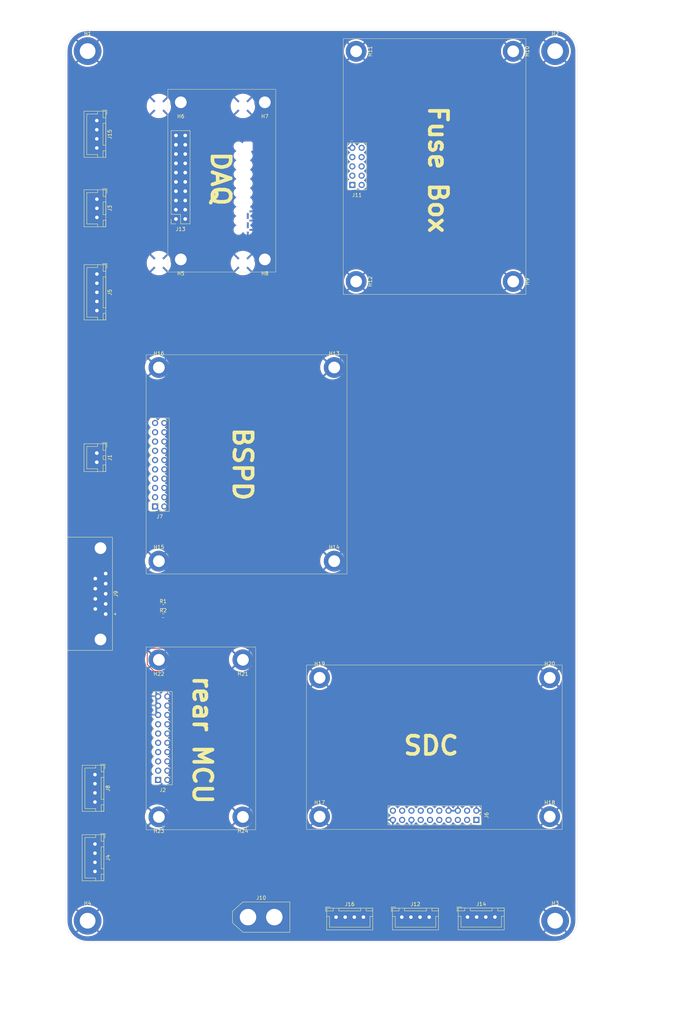
<source format=kicad_pcb>
(kicad_pcb (version 20221018) (generator pcbnew)
  (layers (0 "F.Cu" signal) (31 "B.Cu" signal) (34 "B.Paste" user) (35 "F.Paste" user) (36 "B.SilkS" user "B.Silkscreen") (37 "F.SilkS" user "F.Silkscreen") (38 "B.Mask" user) (39 "F.Mask" user) (44 "Edge.Cuts" user))
  (net 0 "")
  (net 1 "GND")
  (net 2 "IMD_LED")
  (net 3 "IMD_RST")
  (net 4 "BSPD_LED")
  (net 5 "BMS_LED")
  (net 6 "BSPD_RST")
  (net 7 "BMS_RST")
  (net 8 "CAN+")
  (net 9 "CAN-")
  (net 10 "FAN_PWM")
  (net 11 "PT_signal")
  (net 12 "USART1")
  (net 13 "PUMP_PWM")
  (net 14 "TIM1_CH1")
  (net 15 "USART2")
  (net 16 "SW_Fault")
  (net 17 "BMS_FAULT")
  (net 18 "IMD_FAULT")
  (net 19 "BSPD_FAULT")
  (net 20 "PUMP_PWR")
  (net 21 "FAN_PWR")
  (net 22 "SYS_JTCK-SWCLK")
  (net 24 "SYS_JTMS-SWDIO")
  (net 26 "BSE_L_init")
  (net 27 "BSE_R_init")
  (net 29 "BSE_L_Fault")
  (net 31 "P8")
  (net 32 "P7")
  (net 33 "P9")
  (net 36 "BSE_R_Fault")
  (net 42 "BSPD")
  (net 43 "current_init")
  (net 45 "SW_signal")
  (net 46 "SWDCLK")
  (net 47 "SWDIO")
  (net 48 "BSPD_signal3")
  (net 49 "TSSI")
  (net 51 "BSPD_signal4")
  (net 54 "+3.3V")
  (net 55 "IMD_Fault")
  (net 56 "P5_MCU")
  (net 57 "BMS_Fault")
  (net 58 "P4_SDCOUT")
  (net 59 "SDC_OUT")
  (net 60 "P3_SDCPCB")
  (net 61 "P2_BSPD")
  (net 62 "TSAL")
  (net 63 "+24V")
  (net 64 "P6_sideboard")
  (net 65 "P1_DAQ")
  (footprint "MountingHole:MountingHole_4.3mm_M4_ISO7380_Pad" (layer "F.Cu") (at 303.985786 311.985786)
    (fp_text reference "H3" (at 0 -4.8) (layer "F.SilkS"))
    (fp_text value "MountingHole_Pad" hide)
    (pad "1" thru_hole circle (at 0 0) (size 7.6 7.6) (drill 4.3) (layers "*.Cu" "*.Mask") (net 1 "GND"))
  )
  (footprint "MountingHole:MountingHole_3.2mm_M3_ISO7380_Pad" (layer "F.Cu") (at 302.5 245.5)
    (fp_text reference "H20" (at 0 -3.85) (layer "F.SilkS"))
    (fp_text value "MountingHole_Pad" hide)
    (pad "1" thru_hole circle (at 0 0) (size 5.7 5.7) (drill 3.2) (layers "*.Cu" "*.Mask") (net 1 "GND"))
  )
  (footprint "Resistor_SMD:R_0603_1608Metric" (layer "F.Cu") (at 196.675 228.51)
    (fp_text reference "R2" (at 0 -1.43) (layer "F.SilkS"))
    (fp_text value "R")
    (pad "1" smd roundrect (at -0.825 0) (size 0.8 0.95) (layers "F.Cu" "F.Paste" "F.Mask") (net 1 "GND"))
    (pad "2" smd roundrect (at 0.825 0) (size 0.8 0.95) (layers "F.Cu" "F.Paste" "F.Mask") (net 27 "BSE_R_init"))
  )
  (footprint "Connector_PinSocket_2.54mm:PinSocket_2x10_P2.54mm_Vertical" (layer "F.Cu") (at 194.46 198.62 180)
    (fp_text reference "J7" (at -1.27 -2.77) (layer "F.SilkS"))
    (fp_text value "Conn_02x10_Odd_Even" hide)
    (pad "1" thru_hole rect (at 0 0 180) (size 1.7 1.7) (drill 1) (layers "*.Cu" "*.Mask") (net 61 "P2_BSPD"))
    (pad "2" thru_hole oval (at -2.54 0 180) (size 1.7 1.7) (drill 1) (layers "*.Cu" "*.Mask") (net 26 "BSE_L_init"))
    (pad "3" thru_hole oval (at 0 2.54 180) (size 1.7 1.7) (drill 1) (layers "*.Cu" "*.Mask") (net 61 "P2_BSPD"))
    (pad "4" thru_hole oval (at -2.54 2.54 180) (size 1.7 1.7) (drill 1) (layers "*.Cu" "*.Mask") (net 27 "BSE_R_init"))
    (pad "5" thru_hole oval (at 0 5.08 180) (size 1.7 1.7) (drill 1) (layers "*.Cu" "*.Mask"))
    (pad "6" thru_hole oval (at -2.54 5.08 180) (size 1.7 1.7) (drill 1) (layers "*.Cu" "*.Mask") (net 29 "BSE_L_Fault"))
    (pad "7" thru_hole oval (at 0 7.62 180) (size 1.7 1.7) (drill 1) (layers "*.Cu" "*.Mask"))
    (pad "8" thru_hole oval (at -2.54 7.62 180) (size 1.7 1.7) (drill 1) (layers "*.Cu" "*.Mask"))
    (pad "9" thru_hole oval (at 0 10.16 180) (size 1.7 1.7) (drill 1) (layers "*.Cu" "*.Mask"))
    (pad "10" thru_hole oval (at -2.54 10.16 180) (size 1.7 1.7) (drill 1) (layers "*.Cu" "*.Mask") (net 36 "BSE_R_Fault"))
    (pad "11" thru_hole oval (at 0 12.7 180) (size 1.7 1.7) (drill 1) (layers "*.Cu" "*.Mask"))
    (pad "12" thru_hole oval (at -2.54 12.7 180) (size 1.7 1.7) (drill 1) (layers "*.Cu" "*.Mask"))
    (pad "13" thru_hole oval (at 0 15.24 180) (size 1.7 1.7) (drill 1) (layers "*.Cu" "*.Mask"))
    (pad "14" thru_hole oval (at -2.54 15.24 180) (size 1.7 1.7) (drill 1) (layers "*.Cu" "*.Mask") (net 48 "BSPD_signal3"))
    (pad "15" thru_hole oval (at 0 17.78 180) (size 1.7 1.7) (drill 1) (layers "*.Cu" "*.Mask"))
    (pad "16" thru_hole oval (at -2.54 17.78 180) (size 1.7 1.7) (drill 1) (layers "*.Cu" "*.Mask") (net 51 "BSPD_signal4"))
    (pad "17" thru_hole oval (at 0 20.32 180) (size 1.7 1.7) (drill 1) (layers "*.Cu" "*.Mask"))
    (pad "18" thru_hole oval (at -2.54 20.32 180) (size 1.7 1.7) (drill 1) (layers "*.Cu" "*.Mask") (net 42 "BSPD"))
    (pad "19" thru_hole oval (at 0 22.86 180) (size 1.7 1.7) (drill 1) (layers "*.Cu" "*.Mask") (net 43 "current_init"))
    (pad "20" thru_hole oval (at -2.54 22.86 180) (size 1.7 1.7) (drill 1) (layers "*.Cu" "*.Mask") (net 42 "BSPD"))
  )
  (footprint "MountingHole:MountingHole_3.2mm_M3_ISO7380_Pad" (layer "F.Cu") (at 292.5 137.045 -90)
    (fp_text reference "H9" (at 0 -3.85 90) (layer "F.SilkS"))
    (fp_text value "MountingHole_Pad" hide)
    (pad "1" thru_hole circle (at 0 0 270) (size 5.7 5.7) (drill 3.2) (layers "*.Cu" "*.Mask") (net 1 "GND"))
  )
  (footprint "MountingHole:MountingHole_3.2mm_M3_ISO7380_Pad" (layer "F.Cu") (at 218.5 283.58 180)
    (fp_text reference "H24" (at 0 -3.85) (layer "F.SilkS"))
    (fp_text value "MountingHole_Pad" hide)
    (pad "1" thru_hole circle (at 0 0 180) (size 5.7 5.7) (drill 3.2) (layers "*.Cu" "*.Mask") (net 1 "GND"))
  )
  (footprint "MountingHole:MountingHole_3.2mm_M3_ISO7380_Pad" (layer "F.Cu") (at 302.5 283.5)
    (fp_text reference "H18" (at 0 -3.85) (layer "F.SilkS"))
    (fp_text value "MountingHole_Pad" hide)
    (pad "1" thru_hole circle (at 0 0) (size 5.7 5.7) (drill 3.2) (layers "*.Cu" "*.Mask") (net 1 "GND"))
  )
  (footprint "MountingHole:MountingHole_3.2mm_M3_ISO7380_Pad" (layer "F.Cu") (at 195.5 240.58 180)
    (fp_text reference "H22" (at 0 -3.85) (layer "F.SilkS"))
    (fp_text value "MountingHole_Pad" hide)
    (pad "1" thru_hole circle (at 0 0 180) (size 5.7 5.7) (drill 3.2) (layers "*.Cu" "*.Mask") (net 1 "GND"))
  )
  (footprint "MountingHole:MountingHole_3.2mm_M3_ISO7380_Pad" (layer "F.Cu") (at 243.5 213.58)
    (fp_text reference "H14" (at 0 -3.85) (layer "F.SilkS"))
    (fp_text value "MountingHole_Pad" hide)
    (pad "1" thru_hole circle (at 0 0) (size 5.7 5.7) (drill 3.2) (layers "*.Cu" "*.Mask") (net 1 "GND"))
  )
  (footprint "MountingHole:MountingHole_3.2mm_M3_ISO7380_Pad" (layer "F.Cu") (at 195.5 213.58)
    (fp_text reference "H15" (at 0 -3.85) (layer "F.SilkS"))
    (fp_text value "MountingHole_Pad" hide)
    (pad "1" thru_hole circle (at 0 0) (size 5.7 5.7) (drill 3.2) (layers "*.Cu" "*.Mask") (net 1 "GND"))
  )
  (footprint "MountingHole:MountingHole_3.2mm_M3_ISO7380_Pad" (layer "F.Cu") (at 243.5 160.58)
    (fp_text reference "H13" (at 0 -3.85) (layer "F.SilkS"))
    (fp_text value "MountingHole_Pad" hide)
    (pad "1" thru_hole circle (at 0 0) (size 5.7 5.7) (drill 3.2) (layers "*.Cu" "*.Mask") (net 1 "GND"))
  )
  (footprint "Connector_PinSocket_2.54mm:PinSocket_2x10_P2.54mm_Vertical" (layer "F.Cu") (at 195.29 273.455 180)
    (fp_text reference "J2" (at -1.27 -2.77) (layer "F.SilkS"))
    (fp_text value "Conn_02x10_Odd_Even" hide)
    (pad "1" thru_hole rect (at 0 0 180) (size 1.7 1.7) (drill 1) (layers "*.Cu" "*.Mask") (net 56 "P5_MCU"))
    (pad "2" thru_hole oval (at -2.54 0 180) (size 1.7 1.7) (drill 1) (layers "*.Cu" "*.Mask") (net 45 "SW_signal"))
    (pad "3" thru_hole oval (at 0 2.54 180) (size 1.7 1.7) (drill 1) (layers "*.Cu" "*.Mask") (net 56 "P5_MCU"))
    (pad "4" thru_hole oval (at -2.54 2.54 180) (size 1.7 1.7) (drill 1) (layers "*.Cu" "*.Mask") (net 57 "BMS_Fault"))
    (pad "5" thru_hole oval (at 0 5.08 180) (size 1.7 1.7) (drill 1) (layers "*.Cu" "*.Mask") (net 56 "P5_MCU"))
    (pad "6" thru_hole oval (at -2.54 5.08 180) (size 1.7 1.7) (drill 1) (layers "*.Cu" "*.Mask") (net 55 "IMD_Fault"))
    (pad "7" thru_hole oval (at 0 7.62 180) (size 1.7 1.7) (drill 1) (layers "*.Cu" "*.Mask") (net 51 "BSPD_signal4"))
    (pad "8" thru_hole oval (at -2.54 7.62 180) (size 1.7 1.7) (drill 1) (layers "*.Cu" "*.Mask") (net 42 "BSPD"))
    (pad "9" thru_hole oval (at 0 10.16 180) (size 1.7 1.7) (drill 1) (layers "*.Cu" "*.Mask"))
    (pad "10" thru_hole oval (at -2.54 10.16 180) (size 1.7 1.7) (drill 1) (layers "*.Cu" "*.Mask") (net 29 "BSE_L_Fault"))
    (pad "11" thru_hole oval (at 0 12.7 180) (size 1.7 1.7) (drill 1) (layers "*.Cu" "*.Mask") (net 46 "SWDCLK"))
    (pad "12" thru_hole oval (at -2.54 12.7 180) (size 1.7 1.7) (drill 1) (layers "*.Cu" "*.Mask") (net 36 "BSE_R_Fault"))
    (pad "13" thru_hole oval (at 0 15.24 180) (size 1.7 1.7) (drill 1) (layers "*.Cu" "*.Mask") (net 47 "SWDIO"))
    (pad "14" thru_hole oval (at -2.54 15.24 180) (size 1.7 1.7) (drill 1) (layers "*.Cu" "*.Mask") (net 48 "BSPD_signal3"))
    (pad "15" thru_hole oval (at 0 17.78 180) (size 1.7 1.7) (drill 1) (layers "*.Cu" "*.Mask") (net 1 "GND"))
    (pad "16" thru_hole oval (at -2.54 17.78 180) (size 1.7 1.7) (drill 1) (layers "*.Cu" "*.Mask") (net 49 "TSSI"))
    (pad "17" thru_hole oval (at 0 20.32 180) (size 1.7 1.7) (drill 1) (layers "*.Cu" "*.Mask") (net 1 "GND"))
    (pad "18" thru_hole oval (at -2.54 20.32 180) (size 1.7 1.7) (drill 1) (layers "*.Cu" "*.Mask") (net 9 "CAN-"))
    (pad "19" thru_hole oval (at 0 22.86 180) (size 1.7 1.7) (drill 1) (layers "*.Cu" "*.Mask") (net 1 "GND"))
    (pad "20" thru_hole oval (at -2.54 22.86 180) (size 1.7 1.7) (drill 1) (layers "*.Cu" "*.Mask") (net 8 "CAN+"))
  )
  (footprint "MountingHole:MountingHole_3.2mm_M3_ISO7380_Pad" (layer "F.Cu") (at 224.5 131 180)
    (fp_text reference "H8" (at 0 -3.85) (layer "F.SilkS"))
    (fp_text value "MountingHole_Pad" hide)
    (pad "1" thru_hole circle (at 0 0 180) (size 5.7 5.7) (drill 3.2) (layers "*.Cu" "*.Mask") (net 1 "GND"))
  )
  (footprint "Connector_JST:JST_XH_B4B-XH-A_1x04_P2.50mm_Vertical" (layer "F.Cu") (at 280 310.975)
    (fp_text reference "J14" (at 3.75 -3.55) (layer "F.SilkS"))
    (fp_text value "Conn_01x04")
    (pad "1" thru_hole roundrect (at 0 0) (size 1.7 1.95) (drill 0.95) (layers "*.Cu" "*.Mask") (roundrect_rratio 0.147059) (net 1 "GND"))
    (pad "2" thru_hole oval (at 2.5 0) (size 1.7 1.95) (drill 0.95) (layers "*.Cu" "*.Mask") (net 5 "BMS_LED"))
    (pad "3" thru_hole oval (at 5 0) (size 1.7 1.95) (drill 0.95) (layers "*.Cu" "*.Mask") (net 7 "BMS_RST"))
    (pad "4" thru_hole oval (at 7.5 0) (size 1.7 1.95) (drill 0.95) (layers "*.Cu" "*.Mask") (net 64 "P6_sideboard"))
  )
  (footprint "Connector_JST:JST_XH_B4B-XH-A_1x04_P2.50mm_Vertical" (layer "F.Cu") (at 178.5 93 -90)
    (fp_text reference "J15" (at 3.75 -3.55 90) (layer "F.SilkS"))
    (fp_text value "Conn_01x04")
    (pad "1" thru_hole roundrect (at 0 0 270) (size 1.7 1.95) (drill 0.95) (layers "*.Cu" "*.Mask") (roundrect_rratio 0.147059) (net 1 "GND"))
    (pad "2" thru_hole oval (at 2.5 0 270) (size 1.7 1.95) (drill 0.95) (layers "*.Cu" "*.Mask") (net 33 "P9"))
    (pad "3" thru_hole oval (at 5 0 270) (size 1.7 1.95) (drill 0.95) (layers "*.Cu" "*.Mask") (net 31 "P8"))
    (pad "4" thru_hole oval (at 7.5 0 270) (size 1.7 1.95) (drill 0.95) (layers "*.Cu" "*.Mask") (net 32 "P7"))
  )
  (footprint "MountingHole:MountingHole_3.2mm_M3_ISO7380_Pad" (layer "F.Cu") (at 195.5 160.58)
    (fp_text reference "H16" (at 0 -3.85) (layer "F.SilkS"))
    (fp_text value "MountingHole_Pad" hide)
    (pad "1" thru_hole circle (at 0 0) (size 5.7 5.7) (drill 3.2) (layers "*.Cu" "*.Mask") (net 1 "GND"))
  )
  (footprint "MountingHole:MountingHole_4.3mm_M4_ISO7380_Pad" (layer "F.Cu") (at 303.985786 73.985786)
    (fp_text reference "H2" (at 0 -4.8) (layer "F.SilkS"))
    (fp_text value "MountingHole_Pad" hide)
    (pad "1" thru_hole circle (at 0 0) (size 7.6 7.6) (drill 4.3) (layers "*.Cu" "*.Mask") (net 1 "GND"))
  )
  (footprint "MountingHole:MountingHole_3.2mm_M3_ISO7380_Pad" (layer "F.Cu") (at 201.5 131 180)
    (fp_text reference "H5" (at 0 -3.85) (layer "F.SilkS"))
    (fp_text value "MountingHole_Pad" hide)
    (pad "1" thru_hole circle (at 0 0 180) (size 5.7 5.7) (drill 3.2) (layers "*.Cu" "*.Mask") (net 1 "GND"))
  )
  (footprint "MountingHole:MountingHole_3.2mm_M3_ISO7380_Pad" (layer "F.Cu") (at 195.5 283.58 180)
    (fp_text reference "H23" (at 0 -3.85) (layer "F.SilkS"))
    (fp_text value "MountingHole_Pad" hide)
    (pad "1" thru_hole circle (at 0 0 180) (size 5.7 5.7) (drill 3.2) (layers "*.Cu" "*.Mask") (net 1 "GND"))
  )
  (footprint "Connector_JST:JST_XH_B4B-XH-A_1x04_P2.50mm_Vertical" (layer "F.Cu") (at 262 311)
    (fp_text reference "J12" (at 3.75 -3.55) (layer "F.SilkS"))
    (fp_text value "Conn_01x04")
    (pad "1" thru_hole roundrect (at 0 0) (size 1.7 1.95) (drill 0.95) (layers "*.Cu" "*.Mask") (roundrect_rratio 0.147059) (net 1 "GND"))
    (pad "2" thru_hole oval (at 2.5 0) (size 1.7 1.95) (drill 0.95) (layers "*.Cu" "*.Mask") (net 4 "BSPD_LED"))
    (pad "3" thru_hole oval (at 5 0) (size 1.7 1.95) (drill 0.95) (layers "*.Cu" "*.Mask") (net 6 "BSPD_RST"))
    (pad "4" thru_hole oval (at 7.5 0) (size 1.7 1.95) (drill 0.95) (layers "*.Cu" "*.Mask") (net 64 "P6_sideboard"))
  )
  (footprint "Connector_PinSocket_2.54mm:PinSocket_2x10_P2.54mm_Vertical" (layer "F.Cu") (at 282.424999 284.4 -90)
    (fp_text reference "J6" (at -1.27 -2.77 90) (layer "F.SilkS"))
    (fp_text value "Conn_02x10_Odd_Even" hide)
    (pad "1" thru_hole rect (at 0 0 270) (size 1.7 1.7) (drill 1) (layers "*.Cu" "*.Mask") (net 60 "P3_SDCPCB"))
    (pad "2" thru_hole oval (at -2.54 0 270) (size 1.7 1.7) (drill 1) (layers "*.Cu" "*.Mask") (net 1 "GND"))
    (pad "3" thru_hole oval (at 0 2.54 270) (size 1.7 1.7) (drill 1) (layers "*.Cu" "*.Mask") (net 60 "P3_SDCPCB"))
    (pad "4" thru_hole oval (at -2.54 2.54 270) (size 1.7 1.7) (drill 1) (layers "*.Cu" "*.Mask") (net 59 "SDC_OUT"))
    (pad "5" thru_hole oval (at 0 5.08 270) (size 1.7 1.7) (drill 1) (layers "*.Cu" "*.Mask"))
    (pad "6" thru_hole oval (at -2.54 5.08 270) (size 1.7 1.7) (drill 1) (layers "*.Cu" "*.Mask") (net 1 "GND"))
    (pad "7" thru_hole oval (at 0 7.62 270) (size 1.7 1.7) (drill 1) (layers "*.Cu" "*.Mask") (net 16 "SW_Fault"))
    (pad "8" thru_hole oval (at -2.54 7.62 270) (size 1.7 1.7) (drill 1) (layers "*.Cu" "*.Mask") (net 1 "GND"))
    (pad "9" thru_hole oval (at 0 10.16 270) (size 1.7 1.7) (drill 1) (layers "*.Cu" "*.Mask") (net 5 "BMS_LED"))
    (pad "10" thru_hole oval (at -2.54 10.16 270) (size 1.7 1.7) (drill 1) (layers "*.Cu" "*.Mask") (net 17 "BMS_FAULT"))
    (pad "11" thru_hole oval (at 0 12.7 270) (size 1.7 1.7) (drill 1) (layers "*.Cu" "*.Mask") (net 7 "BMS_RST"))
    (pad "12" thru_hole oval (at -2.54 12.7 270) (size 1.7 1.7) (drill 1) (layers "*.Cu" "*.Mask") (net 3 "IMD_RST"))
    (pad "13" thru_hole oval (at 0 15.24 270) (size 1.7 1.7) (drill 1) (layers "*.Cu" "*.Mask") (net 18 "IMD_FAULT"))
    (pad "14" thru_hole oval (at -2.54 15.24 270) (size 1.7 1.7) (drill 1) (layers "*.Cu" "*.Mask") (net 2 "IMD_LED"))
    (pad "15" thru_hole oval (at 0 17.78 270) (size 1.7 1.7) (drill 1) (layers "*.Cu" "*.Mask") (net 1 "GND"))
    (pad "16" thru_hole oval (at -2.54 17.78 270) (size 1.7 1.7) (drill 1) (layers "*.Cu" "*.Mask") (net 19 "BSPD_FAULT"))
    (pad "17" thru_hole oval (at 0 20.32 270) (size 1.7 1.7) (drill 1) (layers "*.Cu" "*.Mask") (net 58 "P4_SDCOUT"))
    (pad "18" thru_hole oval (at -2.54 20.32 270) (size 1.7 1.7) (drill 1) (layers "*.Cu" "*.Mask") (net 6 "BSPD_RST"))
    (pad "19" thru_hole oval (at 0 22.86 270) (size 1.7 1.7) (drill 1) (layers "*.Cu" "*.Mask") (net 1 "GND"))
    (pad "20" thru_hole oval (at -2.54 22.86 270) (size 1.7 1.7) (drill 1) (layers "*.Cu" "*.Mask") (net 4 "BSPD_LED"))
  )
  (footprint "MountingHole:MountingHole_3.2mm_M3_ISO7380_Pad" (layer "F.Cu") (at 292.5 74.045 -90)
    (fp_text reference "H10" (at 0 -3.85 90) (layer "F.SilkS"))
    (fp_text value "MountingHole_Pad" hide)
    (pad "1" thru_hole circle (at 0 0 270) (size 5.7 5.7) (drill 3.2) (layers "*.Cu" "*.Mask") (net 1 "GND"))
  )
  (footprint "MountingHole:MountingHole_3.2mm_M3_ISO7380_Pad" (layer "F.Cu") (at 218.5 240.58 180)
    (fp_text reference "H21" (at 0 -3.85) (layer "F.SilkS"))
    (fp_text value "MountingHole_Pad" hide)
    (pad "1" thru_hole circle (at 0 0 180) (size 5.7 5.7) (drill 3.2) (layers "*.Cu" "*.Mask") (net 1 "GND"))
  )
  (footprint "Connector_JST:JST_XH_B2B-XH-A_1x02_P2.50mm_Vertical" (layer "F.Cu") (at 178.5 184 -90)
    (fp_text reference "J1" (at 1.25 -3.55 90) (layer "F.SilkS"))
    (fp_text value "Conn_01x02")
    (pad "1" thru_hole roundrect (at 0 0 270) (size 1.7 2) (drill 1) (layers "*.Cu" "*.Mask") (roundrect_rratio 0.147059) (net 1 "GND"))
    (pad "2" thru_hole oval (at 2.5 0 270) (size 1.7 2) (drill 1) (layers "*.Cu" "*.Mask") (net 43 "current_init"))
  )
  (footprint "MountingHole:MountingHole_4.3mm_M4_ISO7380_Pad" (layer "F.Cu") (at 175.985786 311.985786)
    (fp_text reference "H4" (at 0 -4.8) (layer "F.SilkS"))
    (fp_text value "MountingHole_Pad" hide)
    (pad "1" thru_hole circle (at 0 0) (size 7.6 7.6) (drill 4.3) (layers "*.Cu" "*.Mask") (net 1 "GND"))
  )
  (footprint "MountingHole:MountingHole_3.2mm_M3_ISO7380_Pad" (layer "F.Cu") (at 239.5 245.5)
    (fp_text reference "H19" (at 0 -3.85) (layer "F.SilkS"))
    (fp_text value "MountingHole_Pad" hide)
    (pad "1" thru_hole circle (at 0 0) (size 5.7 5.7) (drill 3.2) (layers "*.Cu" "*.Mask") (net 1 "GND"))
  )
  (footprint "Connector_JST:JST_XH_B4B-XH-A_1x04_P2.50mm_Vertical" (layer "F.Cu") (at 178 291 -90)
    (fp_text reference "J4" (at 3.75 -3.55 90) (layer "F.SilkS"))
    (fp_text value "Conn_01x04")
    (pad "1" thru_hole roundrect (at 0 0 270) (size 1.7 1.95) (drill 0.95) (layers "*.Cu" "*.Mask") (roundrect_rratio 0.147059) (net 1 "GND"))
    (pad "2" thru_hole oval (at 2.5 0 270) (size 1.7 1.95) (drill 0.95) (layers "*.Cu" "*.Mask") (net 49 "TSSI"))
    (pad "3" thru_hole oval (at 5 0 270) (size 1.7 1.95) (drill 0.95) (layers "*.Cu" "*.Mask") (net 18 "IMD_FAULT"))
    (pad "4" thru_hole oval (at 7.5 0 270) (size 1.7 1.95) (drill 0.95) (layers "*.Cu" "*.Mask") (net 17 "BMS_FAULT"))
  )
  (footprint "MountingHole:MountingHole_3.2mm_M3_ISO7380_Pad" (layer "F.Cu") (at 201.5 88 180)
    (fp_text reference "H6" (at 0 -3.85) (layer "F.SilkS"))
    (fp_text value "MountingHole_Pad" hide)
    (pad "1" thru_hole circle (at 0 0 180) (size 5.7 5.7) (drill 3.2) (layers "*.Cu" "*.Mask") (net 1 "GND"))
  )
  (footprint "Connector_JST:JST_XH_B3B-XH-A_1x03_P2.50mm_Vertical" (layer "F.Cu") (at 178.525 114.5 -90)
    (fp_text reference "J3" (at 2.5 -3.55 90) (layer "F.SilkS"))
    (fp_text value "Conn_01x03")
    (pad "1" thru_hole roundrect (at 0 0 270) (size 1.7 1.95) (drill 0.95) (layers "*.Cu" "*.Mask") (roundrect_rratio 0.147059) (net 1 "GND"))
    (pad "2" thru_hole oval (at 2.5 0 270) (size 1.7 1.95) (drill 0.95) (layers "*.Cu" "*.Mask") (net 21 "FAN_PWR"))
    (pad "3" thru_hole oval (at 5 0 270) (size 1.7 1.95) (drill 0.95) (layers "*.Cu" "*.Mask") (net 20 "PUMP_PWR"))
  )
  (footprint "Connector_JST:JST_XH_B4B-XH-A_1x04_P2.50mm_Vertical" (layer "F.Cu") (at 244 311)
    (fp_text reference "J16" (at 3.75 -3.55) (layer "F.SilkS"))
    (fp_text value "Conn_01x04")
    (pad "1" thru_hole roundrect (at 0 0) (size 1.7 1.95) (drill 0.95) (layers "*.Cu" "*.Mask") (roundrect_rratio 0.147059) (net 1 "GND"))
    (pad "2" thru_hole oval (at 2.5 0) (size 1.7 1.95) (drill 0.95) (layers "*.Cu" "*.Mask") (net 2 "IMD_LED"))
    (pad "3" thru_hole oval (at 5 0) (size 1.7 1.95) (drill 0.95) (layers "*.Cu" "*.Mask") (net 3 "IMD_RST"))
    (pad "4" thru_hole oval (at 7.5 0) (size 1.7 1.95) (drill 0.95) (layers "*.Cu" "*.Mask") (net 64 "P6_sideboard"))
  )
  (footprint "MountingHole:MountingHole_3.2mm_M3_ISO7380_Pad" (layer "F.Cu") (at 239.5 283.5)
    (fp_text reference "H17" (at 0 -3.85) (layer "F.SilkS"))
    (fp_text value "MountingHole_Pad" hide)
    (pad "1" thru_hole circle (at 0 0) (size 5.7 5.7) (drill 3.2) (layers "*.Cu" "*.Mask") (net 1 "GND"))
  )
  (footprint "Connector_JST:JST_XH_B5B-XH-A_1x05_P2.50mm_Vertical" (layer "F.Cu") (at 178.525 135 -90)
    (fp_text reference "J5" (at 5 -3.55 90) (layer "F.SilkS"))
    (fp_text value "Conn_01x05")
    (pad "1" thru_hole roundrect (at 0 0 270) (size 1.7 1.95) (drill 0.95) (layers "*.Cu" "*.Mask") (roundrect_rratio 0.147059) (net 1 "GND"))
    (pad "2" thru_hole oval (at 2.5 0 270) (size 1.7 1.95) (drill 0.95) (layers "*.Cu" "*.Mask") (net 12 "USART1"))
    (pad "3" thru_hole oval (at 5 0 270) (size 1.7 1.95) (drill 0.95) (layers "*.Cu" "*.Mask") (net 14 "TIM1_CH1"))
    (pad "4" thru_hole oval (at 7.5 0 270) (size 1.7 1.95) (drill 0.95) (layers "*.Cu" "*.Mask") (net 11 "PT_signal"))
    (pad "5" thru_hole oval (at 10 0 270) (size 1.7 1.95) (drill 0.95) (layers "*.Cu" "*.Mask") (net 15 "USART2"))
  )
  (footprint "MountingHole:MountingHole_4.3mm_M4_ISO7380_Pad" (layer "F.Cu") (at 175.985786 73.985786)
    (fp_text reference "H1" (at 0 -4.8) (layer "F.SilkS"))
    (fp_text value "MountingHole_Pad" hide)
    (pad "1" thru_hole circle (at 0 0) (size 7.6 7.6) (drill 4.3) (layers "*.Cu" "*.Mask") (net 1 "GND"))
  )
  (footprint "MountingHole:MountingHole_3.2mm_M3_ISO7380_Pad" (layer "F.Cu") (at 224.5 88 180)
    (fp_text reference "H7" (at 0 -3.85) (layer "F.SilkS"))
    (fp_text value "MountingHole_Pad" hide)
    (pad "1" thru_hole circle (at 0 0 180) (size 5.7 5.7) (drill 3.2) (layers "*.Cu" "*.Mask") (net 1 "GND"))
  )
  (footprint "Connector_PinSocket_2.54mm:PinSocket_2x05_P2.54mm_Vertical" (layer "F.Cu") (at 248.46 110.62 180)
    (fp_text reference "J11" (at -1.27 -2.77) (layer "F.SilkS"))
    (fp_text value "Conn_02x05_Counter_Clockwise" hide)
    (pad "1" thru_hole rect (at 0 0 180) (size 1.7 1.7) (drill 1) (layers "*.Cu" "*.Mask") (net 61 "P2_BSPD"))
    (pad "2" thru_hole oval (at -2.54 0 180) (size 1.7 1.7) (drill 1) (layers "*.Cu" "*.Mask") (net 65 "P1_DAQ"))
    (pad "3" thru_hole oval (at 0 2.54 180) (size 1.7 1.7) (drill 1) (layers "*.Cu" "*.Mask") (net 58 "P4_SDCOUT"))
    (pad "4" thru_hole oval (at -2.54 2.54 180) (size 1.7 1.7) (drill 1) (layers "*.Cu" "*.Mask") (net 60 "P3_SDCPCB"))
    (pad "5" thru_hole oval (at 0 5.08 180) (size 1.7 1.7) (drill 1) (layers "*.Cu" "*.Mask") (net 64 "P6_sideboard"))
    (pad "6" thru_hole oval (at -2.54 5.08 180) (size 1.7 1.7) (drill 1) (layers "*.Cu" "*.Mask") (net 56 "P5_MCU"))
    (pad "7" thru_hole oval (at 0 7.62 180) (size 1.7 1.7) (drill 1) (layers "*.Cu" "*.Mask") (net 31 "P8"))
    (pad "8" thru_hole oval (at -2.54 7.62 180) (size 1.7 1.7) (drill 1) (layers "*.Cu" "*.Mask") (net 32 "P7"))
    (pad "9" thru_hole oval (at 0 10.16 180) (size 1.7 1.7) (drill 1) (layers "*.Cu" "*.Mask") (net 1 "GND"))
    (pad "10" thru_hole oval (at -2.54 10.16 180) (size 1.7 1.7) (drill 1) (layers "*.Cu" "*.Mask") (net 33 "P9"))
  )
  (footprint "Connector_JST:JST_XH_B4B-XH-A_1x04_P2.50mm_Vertical" (layer "F.Cu") (at 178 272 -90)
    (fp_text reference "J8" (at 3.75 -3.55 90) (layer "F.SilkS"))
    (fp_text value "Conn_01x04")
    (pad "1" thru_hole roundrect (at 0 0 270) (size 1.7 1.95) (drill 0.95) (layers "*.Cu" "*.Mask") (roundrect_rratio 0.147059) (net 1 "GND"))
    (pad "2" thru_hole oval (at 2.5 0 270) (size 1.7 1.95) (drill 0.95) (layers "*.Cu" "*.Mask") (net 62 "TSAL"))
    (pad "3" thru_hole oval (at 5 0 270) (size 1.7 1.95) (drill 0.95) (layers "*.Cu" "*.Mask") (net 49 "TSSI"))
    (pad "4" thru_hole oval (at 7.5 0 270) (size 1.7 1.95) (drill 0.95) (layers "*.Cu" "*.Mask") (net 63 "+24V"))
  )
  (footprint "Connector_PinSocket_2.54mm:PinSocket_2x10_P2.54mm_Vertical" (layer "F.Cu") (at 200.17 119.94 180)
    (fp_text reference "J13" (at -1.27 -2.77) (layer "F.SilkS"))
    (fp_text value "Conn_02x10_Odd_Even" hide)
    (pad "1" thru_hole rect (at 0 0 180) (size 1.7 1.7) (drill 1) (layers "*.Cu" "*.Mask") (net 65 "P1_DAQ"))
    (pad "2" thru_hole oval (at -2.54 0 180) (size 1.7 1.7) (drill 1) (layers "*.Cu" "*.Mask") (net 15 "USART2"))
    (pad "3" thru_hole oval (at 0 2.54 180) (size 1.7 1.7) (drill 1) (layers "*.Cu" "*.Mask") (net 65 "P1_DAQ"))
    (pad "4" thru_hole oval (at -2.54 2.54 180) (size 1.7 1.7) (drill 1) (layers "*.Cu" "*.Mask") (net 10 "FAN_PWM"))
    (pad "5" thru_hole oval (at 0 5.08 180) (size 1.7 1.7) (drill 1) (layers "*.Cu" "*.Mask") (net 65 "P1_DAQ"))
    (pad "6" thru_hole oval (at -2.54 5.08 180) (size 1.7 1.7) (drill 1) (layers "*.Cu" "*.Mask") (net 13 "PUMP_PWM"))
    (pad "7" thru_hole oval (at 0 7.62 180) (size 1.7 1.7) (drill 1) (layers "*.Cu" "*.Mask") (net 20 "PUMP_PWR"))
    (pad "8" thru_hole oval (at -2.54 7.62 180) (size 1.7 1.7) (drill 1) (layers "*.Cu" "*.Mask") (net 11 "PT_signal"))
    (pad "9" thru_hole oval (at 0 10.16 180) (size 1.7 1.7) (drill 1) (layers "*.Cu" "*.Mask") (net 21 "FAN_PWR"))
    (pad "10" thru_hole oval (at -2.54 10.16 180) (size 1.7 1.7) (drill 1) (layers "*.Cu" "*.Mask") (net 22 "SYS_JTCK-SWCLK"))
    (pad "11" thru_hole oval (at 0 12.7 180) (size 1.7 1.7) (drill 1) (layers "*.Cu" "*.Mask"))
    (pad "12" thru_hole oval (at -2.54 12.7 180) (size 1.7 1.7) (drill 1) (layers "*.Cu" "*.Mask") (net 24 "SYS_JTMS-SWDIO"))
    (pad "13" thru_hole oval (at 0 15.24 180) (size 1.7 1.7) (drill 1) (layers "*.Cu" "*.Mask") (net 14 "TIM1_CH1"))
    (pad "14" thru_hole oval (at -2.54 15.24 180) (size 1.7 1.7) (drill 1) (layers "*.Cu" "*.Mask"))
    (pad "15" thru_hole oval (at 0 17.78 180) (size 1.7 1.7) (drill 1) (layers "*.Cu" "*.Mask") (net 1 "GND"))
    (pad "16" thru_hole oval (at -2.54 17.78 180) (size 1.7 1.7) (drill 1) (layers "*.Cu" "*.Mask") (net 12 "USART1"))
    (pad "17" thru_hole oval (at 0 20.32 180) (size 1.7 1.7) (drill 1) (layers "*.Cu" "*.Mask") (net 1 "GND"))
    (pad "18" thru_hole oval (at -2.54 20.32 180) (size 1.7 1.7) (drill 1) (layers "*.Cu" "*.Mask") (net 9 "CAN-"))
    (pad "19" thru_hole oval (at 0 22.86 180) (size 1.7 1.7) (drill 1) (layers "*.Cu" "*.Mask") (net 1 "GND"))
    (pad "20" thru_hole oval (at -2.54 22.86 180) (size 1.7 1.7) (drill 1) (layers "*.Cu" "*.Mask") (net 8 "CAN+"))
  )
  (footprint "Resistor_SMD:R_0603_1608Metric" (layer "F.Cu") (at 196.675 226)
    (fp_text reference "R1" (at 0 -1.43) (layer "F.SilkS"))
    (fp_text value "R")
    (pad "1" smd roundrect (at -0.825 0) (size 0.8 0.95) (layers "F.Cu" "F.Paste" "F.Mask") (net 1 "GND"))
    (pad "2" smd roundrect (at 0.825 0) (size 0.8 0.95) (layers "F.Cu" "F.Paste" "F.Mask") (net 26 "BSE_L_init"))
  )
  (footprint "MountingHole:MountingHole_3.2mm_M3_ISO7380_Pad" (layer "F.Cu") (at 249.5 74.045 -90)
    (fp_text reference "H11" (at 0 -3.85 90) (layer "F.SilkS"))
    (fp_text value "MountingHole_Pad" hide)
    (pad "1" thru_hole circle (at 0 0 270) (size 5.7 5.7) (drill 3.2) (layers "*.Cu" "*.Mask") (net 1 "GND"))
  )
  (footprint "Connector_AMASS:AMASS_XT60-M_1x02_P7.20mm_Vertical" (layer "F.Cu") (at 219.9 311)
    (fp_text reference "J10" (at 3.6 -5.3 180) (layer "F.SilkS"))
    (fp_text value "PWR")
    (pad "1" thru_hole roundrect (at 0 0) (size 6 6) (drill 4.5) (layers "*.Cu" "*.Mask") (net 59 "SDC_OUT"))
    (pad "2" thru_hole circle (at 7.2 0) (size 6 6) (drill 4.5) (layers "*.Cu" "*.Mask") (net 1 "GND"))
  )
  (footprint "Connector_Dsub:DSUB-9_Female_Horizontal_P2.77x2.84mm_EdgePinOffset7.70mm_Housed_MountingHolesOffset9.12mm" (layer "F.Cu") (at 180.930331 228.05 -90)
    (fp_text reference "J9" (at -5.54 -2.8 90) (layer "F.SilkS"))
    (fp_text value "DE9_Plug_MountingHoles")
    (pad "0" thru_hole circle (at -18.04 1.42 270) (size 4 4) (drill 3.2) (layers "*.Cu" "*.Mask"))
    (pad "0" thru_hole circle (at 6.96 1.42 270) (size 4 4) (drill 3.2) (layers "*.Cu" "*.Mask"))
    (pad "1" thru_hole rect (at 0 0 270) (size 1.6 1.6) (drill 1) (layers "*.Cu" "*.Mask") (net 26 "BSE_L_init"))
    (pad "2" thru_hole circle (at -2.77 0 270) (size 1.6 1.6) (drill 1) (layers "*.Cu" "*.Mask") (net 9 "CAN-"))
    (pad "3" thru_hole circle (at -5.54 0 270) (size 1.6 1.6) (drill 1) (layers "*.Cu" "*.Mask") (net 1 "GND"))
    (pad "4" thru_hole circle (at -8.31 0 270) (size 1.6 1.6) (drill 1) (layers "*.Cu" "*.Mask"))
    (pad "5" thru_hole circle (at -11.08 0 270) (size 1.6 1.6) (drill 1) (layers "*.Cu" "*.Mask") (net 1 "GND"))
    (pad "6" thru_hole circle (at -1.385 2.84 270) (size 1.6 1.6) (drill 1) (layers "*.Cu" "*.Mask") (net 1 "GND"))
    (pad "7" thru_hole circle (at -4.155 2.84 270) (size 1.6 1.6) (drill 1) (layers "*.Cu" "*.Mask") (net 8 "CAN+"))
    (pad "8" thru_hole circle (at -6.925 2.84 270) (size 1.6 1.6) (drill 1) (layers "*.Cu" "*.Mask") (net 27 "BSE_R_init"))
    (pad "9" thru_hole circle (at -9.695 2.84 270) (size 1.6 1.6) (drill 1) (layers "*.Cu" "*.Mask") (net 54 "+3.3V"))
  )
  (footprint "MountingHole:MountingHole_3.2mm_M3_ISO7380_Pad" (layer "F.Cu") (at 249.5 137.045 -90)
    (fp_text reference "H12" (at 0 -3.85 90) (layer "F.SilkS"))
    (fp_text value "MountingHole_Pad" hide)
    (pad "1" thru_hole circle (at 0 0 270) (size 5.7 5.7) (drill 3.2) (layers "*.Cu" "*.Mask") (net 1 "GND"))
  )
  (gr_rect (start 247 157.08) (end 192 217.08) (stroke (width 0.1)) (fill none) (layer "F.SilkS"))
  (gr_rect (start 222 287.08) (end 192 237.08) (stroke (width 0.1)) (fill none) (layer "F.SilkS"))
  (gr_rect (start 295.974874 70.570126) (end 245.974874 140.570126) (stroke (width 0.1)) (fill none) (layer "F.SilkS"))
  (gr_rect (start 235.9 242) (end 305.9 287) (stroke (width 0.1)) (fill none) (layer "F.SilkS"))
  (gr_rect (start 227.5 134.45) (end 197.95 84.45) (stroke (width 0.1)) (fill none) (layer "F.SilkS"))
  (gr_line (start 310 74) (end 310 312) (stroke (width 0.05)) (layer "Edge.Cuts"))
  (gr_arc (start 304 68) (mid 308.242641 69.757359) (end 310 74) (stroke (width 0.05)) (layer "Edge.Cuts"))
  (gr_line (start 170 312) (end 170 74) (stroke (width 0.05)) (layer "Edge.Cuts"))
  (gr_arc (start 170 74) (mid 171.757359 69.757359) (end 176 68) (stroke (width 0.05)) (layer "Edge.Cuts"))
  (gr_arc (start 310 312) (mid 308.242641 316.242641) (end 304 318) (stroke (width 0.05)) (layer "Edge.Cuts"))
  (gr_arc (start 176 318) (mid 171.757359 316.242641) (end 170 312) (stroke (width 0.05)) (layer "Edge.Cuts"))
  (gr_line (start 176 68) (end 304 68) (stroke (width 0.05)) (layer "Edge.Cuts"))
  (gr_line (start 304 318) (end 176 318) (stroke (width 0.05)) (layer "Edge.Cuts"))
  (gr_text "rear MCU" (at 204.5 244.5 270) (layer "F.SilkS") (effects (font (size 5 5) (thickness 1)) (justify left bottom)))
  (gr_text "BSPD" (at 215.5 176.5 270) (layer "F.SilkS") (effects (font (size 5 5) (thickness 1)) (justify left bottom)))
  (gr_text "Fuse Box" (at 269 88.5 -90) (layer "F.SilkS") (effects (font (size 5 5) (thickness 1)) (justify left bottom)))
  (gr_text "SDC" (at 262 267) (layer "F.SilkS") (effects (font (size 5 5) (thickness 1)) (justify left bottom)))
  (gr_text "DAQ" (at 209.5 101 270) (layer "F.SilkS") (effects (font (size 5 5) (thickness 1)) (justify left bottom)))
  (gr_text "-" (at 249 98.045 180) (layer "F.SilkS") (effects (font (size 1 1) (thickness 0.1)) (justify left bottom)))
  (segment (start 179.5 228.819669) (end 180.180331 229.5) (width 0.2) (layer "F.Cu") (net 8))
  (segment (start 183.695331 229.5) (end 192.35 238.154669) (width 0.2) (layer "F.Cu") (net 8))
  (segment (start 201.1 100.4) (end 201.1 100.387029) (width 0.2) (layer "F.Cu") (net 8))
  (segment (start 178.59283 223.392501) (end 178.59283 222.178136) (width 0.2) (layer "F.Cu") (net 8))
  (segment (start 197.83 244.83) (end 197.83 250.595) (width 0.2) (layer "F.Cu") (net 8))
  (segment (start 196.73 243.73) (end 197.83 244.83) (width 0.2) (layer "F.Cu") (net 8))
  (segment (start 192.35 238.154669) (end 192.35 241.884773) (width 0.2) (layer "F.Cu") (net 8))
  (segment (start 201.32 100.167029) (end 201.32 98.47) (width 0.2) (layer "F.Cu") (net 8))
  (segment (start 178.59283 222.178136) (end 179.190331 221.580635) (width 0.2) (layer "F.Cu") (net 8))
  (segment (start 180.180331 229.5) (end 183.695331 229.5) (width 0.2) (layer "F.Cu") (net 8))
  (segment (start 178.090331 223.895) (end 179.5 225.304669) (width 0.2) (layer "F.Cu") (net 8))
  (segment (start 179.190331 221.580635) (end 179.190331 213.582692) (width 0.2) (layer "F.Cu") (net 8))
  (segment (start 181.810331 210.962692) (end 181.810331 117.979669) (width 0.2) (layer "F.Cu") (net 8))
  (segment (start 194.195227 243.73) (end 196.73 243.73) (width 0.2) (layer "F.Cu") (net 8))
  (segment (start 179.5 225.304669) (end 179.5 228.819669) (width 0.2) (layer "F.Cu") (net 8))
  (segment (start 200.73 100.77) (end 201.1 100.4) (width 0.2) (layer "F.Cu") (net 8))
  (segment (start 178.090331 223.895) (end 178.59283 223.392501) (width 0.2) (layer "F.Cu") (net 8))
  (segment (start 179.190331 213.582692) (end 181.810331 210.962692) (width 0.2) (layer "F.Cu") (net 8))
  (segment (start 181.810331 117.979669) (end 199.02 100.77) (width 0.2) (layer "F.Cu") (net 8))
  (segment (start 201.1 100.387029) (end 201.32 100.167029) (width 0.2) (layer "F.Cu") (net 8))
  (segment (start 192.35 241.884773) (end 194.195227 243.73) (width 0.2) (layer "F.Cu") (net 8))
  (segment (start 199.02 100.77) (end 200.73 100.77) (width 0.2) (layer "F.Cu") (net 8))
  (segment (start 201.32 98.47) (end 202.71 97.08) (width 0.2) (layer "F.Cu") (net 8))
  (segment (start 179.640311 213.76908) (end 182.260311 211.14908) (width 0.2) (layer "F.Cu") (net 9))
  (segment (start 182.260311 211.14908) (end 182.260311 118.166086) (width 0.2) (layer "F.Cu") (net 9))
  (segment (start 180.930331 225.28) (end 179.190331 223.54) (width 0.2) (layer "F.Cu") (net 9))
  (segment (start 182.260311 118.166086) (end 197.116397 103.31) (width 0.2) (layer "F.Cu") (net 9))
  (segment (start 192.261728 237.43) (end 197.43 237.43) (width 0.2) (layer "F.Cu") (net 9))
  (segment (start 198.98 251.071346) (end 198.28 251.771346) (width 0.2) (layer "F.Cu") (net 9))
  (segment (start 201.5 102.478173) (end 201.5 100.552714) (width 0.2) (layer "F.Cu") (net 9))
  (segment (start 180.930331 225.28) (end 180.930331 225.430331) (width 0.2) (layer "F.Cu") (net 9))
  (segment (start 198.98 238.98) (end 198.98 251.071346) (width 0.2) (layer "F.Cu") (net 9))
  (segment (start 197.116397 103.31) (end 200.668173 103.31) (width 0.2) (layer "F.Cu") (net 9))
  (segment (start 180.930331 225.430331) (end 182.030331 226.530331) (width 0.2) (layer "F.Cu") (net 9))
  (segment (start 179.190331 222.217003) (end 179.640311 221.767023) (width 0.2) (layer "F.Cu") (net 9))
  (segment (start 200.668173 103.31) (end 201.5 102.478173) (width 0.2) (layer "F.Cu") (net 9))
  (segment (start 182.030331 227.198603) (end 192.261728 237.43) (width 0.2) (layer "F.Cu") (net 9))
  (segment (start 202.432714 99.62) (end 202.71 99.62) (width 0.2) (layer "F.Cu") (net 9))
  (segment (start 179.640311 221.767023) (end 179.640311 213.76908) (width 0.2) (layer "F.Cu") (net 9))
  (segment (start 182.030331 226.530331) (end 182.030331 227.198603) (width 0.2) (layer "F.Cu") (net 9))
  (segment (start 179.190331 223.54) (end 179.190331 222.217003) (width 0.2) (layer "F.Cu") (net 9))
  (segment (start 198.28 251.771346) (end 198.28 252.685) (width 0.2) (layer "F.Cu") (net 9))
  (segment (start 201.5 100.552714) (end 202.432714 99.62) (width 0.2) (layer "F.Cu") (net 9))
  (segment (start 197.43 237.43) (end 198.98 238.98) (width 0.2) (layer "F.Cu") (net 9))
  (segment (start 198.28 252.685) (end 197.83 253.135) (width 0.2) (layer "F.Cu") (net 9))
  (segment (start 200.21 104.96) (end 200.21 104.75) (width 0.25) (layer "F.Cu") (net 14))
  (segment (start 272.74 281.86) (end 272.264999 281.86) (width 0.3) (layer "B.Cu") (net 17))
  (segment (start 197.215 198.68) (end 197.04 198.505) (width 0.5) (layer "F.Cu") (net 26))
  (segment (start 197.125 195.88) (end 197.04 195.965) (width 0.5) (layer "F.Cu") (net 27))
  (segment (start 197.87 263.345) (end 197.87 263.45) (width 0.2) (layer "B.Cu") (net 29))
  (segment (start 197.87 260.805) (end 197.87 261.45) (width 0.2) (layer "B.Cu") (net 36))
  (segment (start 197.335 178.48) (end 197.04 178.185) (width 0.5) (layer "B.Cu") (net 42))
  (segment (start 197.87 258.265) (end 197.87 258.95) (width 0.2) (layer "B.Cu") (net 48))
  (segment (start 195.3 273.535) (end 195.33 273.505) (width 0.5) (layer "F.Cu") (net 56))
  (segment (start 197.87 270.965) (end 197.87 271.2) (width 0.2) (layer "B.Cu") (net 57))
  (segment (start 200 120.2) (end 200.21 119.99) (width 0.25) (layer "B.Cu") (net 65))
  (zone (net 1) (net_name "GND") (layers "F&B.Cu") (connect_pads (clearance 0.5)) (min_thickness 0.25) (fill yes (thermal_gap 0.5) (thermal_bridge_width 0.5))
    (polygon (pts (xy 320 60) (xy 320 340) (xy 152 339) (xy 153 62)))
  )
)
</source>
